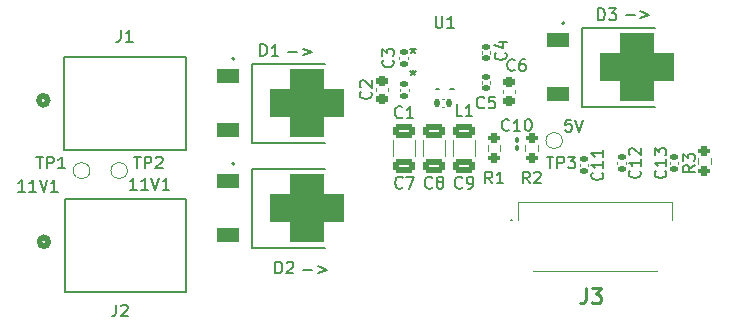
<source format=gto>
G04 #@! TF.GenerationSoftware,KiCad,Pcbnew,7.0.10*
G04 #@! TF.CreationDate,2024-02-21T14:31:42-05:00*
G04 #@! TF.ProjectId,main_buck_board,6d61696e-5f62-4756-936b-5f626f617264,rev?*
G04 #@! TF.SameCoordinates,Original*
G04 #@! TF.FileFunction,Legend,Top*
G04 #@! TF.FilePolarity,Positive*
%FSLAX46Y46*%
G04 Gerber Fmt 4.6, Leading zero omitted, Abs format (unit mm)*
G04 Created by KiCad (PCBNEW 7.0.10) date 2024-02-21 14:31:42*
%MOMM*%
%LPD*%
G01*
G04 APERTURE LIST*
G04 Aperture macros list*
%AMRoundRect*
0 Rectangle with rounded corners*
0 $1 Rounding radius*
0 $2 $3 $4 $5 $6 $7 $8 $9 X,Y pos of 4 corners*
0 Add a 4 corners polygon primitive as box body*
4,1,4,$2,$3,$4,$5,$6,$7,$8,$9,$2,$3,0*
0 Add four circle primitives for the rounded corners*
1,1,$1+$1,$2,$3*
1,1,$1+$1,$4,$5*
1,1,$1+$1,$6,$7*
1,1,$1+$1,$8,$9*
0 Add four rect primitives between the rounded corners*
20,1,$1+$1,$2,$3,$4,$5,0*
20,1,$1+$1,$4,$5,$6,$7,0*
20,1,$1+$1,$6,$7,$8,$9,0*
20,1,$1+$1,$8,$9,$2,$3,0*%
%AMFreePoly0*
4,1,20,0.758544,0.125006,0.762496,0.125006,0.762496,0.121054,0.763099,0.120451,0.763099,-0.792049,0.744349,-0.810799,0.188099,-0.810799,0.188099,-1.355799,-0.261901,-1.355799,-0.261901,-0.810799,-0.761901,-0.810799,-0.761901,-0.560799,-0.261901,-0.560799,-0.261901,-0.125006,-0.762495,-0.125006,-0.762495,0.125006,-0.761901,0.125006,-0.761901,0.139201,0.744349,0.139201,0.758544,0.125006,
0.758544,0.125006,$1*%
%AMFreePoly1*
4,1,17,0.951036,0.308536,0.952500,0.305000,0.952500,-0.295000,0.951036,-0.298536,0.947500,-0.300000,0.687500,-0.300000,0.683964,-0.298536,0.682500,-0.295000,0.682500,-0.155000,-0.947500,-0.155000,-0.947500,0.155000,0.682500,0.155000,0.682500,0.305000,0.683964,0.308536,0.687500,0.310000,0.947500,0.310000,0.951036,0.308536,0.951036,0.308536,$1*%
%AMFreePoly2*
4,1,20,0.761901,0.125006,0.762496,0.125006,0.762496,-0.125006,0.261901,-0.125006,0.261901,-0.560799,0.761901,-0.560799,0.761901,-0.810799,0.261901,-0.810799,0.261901,-1.355799,-0.188099,-1.355799,-0.188099,-0.810799,-0.744349,-0.810799,-0.763099,-0.792049,-0.763099,0.120451,-0.762495,0.121055,-0.762495,0.125006,-0.758544,0.125006,-0.744349,0.139201,0.761901,0.139201,0.761901,0.125006,
0.761901,0.125006,$1*%
G04 Aperture macros list end*
%ADD10C,0.150000*%
%ADD11C,0.254000*%
%ADD12C,0.127000*%
%ADD13C,0.200000*%
%ADD14C,0.120000*%
%ADD15C,0.152400*%
%ADD16C,0.508000*%
%ADD17C,0.100000*%
%ADD18C,2.200000*%
%ADD19RoundRect,0.582000X-0.935000X0.000000X-0.935000X0.000000X0.935000X0.000000X0.935000X0.000000X0*%
%ADD20RoundRect,1.750200X-1.401800X1.166800X-1.401800X-1.166800X1.401800X-1.166800X1.401800X1.166800X0*%
%ADD21RoundRect,0.140000X-0.170000X0.140000X-0.170000X-0.140000X0.170000X-0.140000X0.170000X0.140000X0*%
%ADD22RoundRect,0.200000X0.275000X-0.200000X0.275000X0.200000X-0.275000X0.200000X-0.275000X-0.200000X0*%
%ADD23R,0.875005X0.299999*%
%ADD24R,1.524991X0.250012*%
%ADD25FreePoly0,0.000000*%
%ADD26FreePoly1,90.000000*%
%ADD27FreePoly2,0.000000*%
%ADD28R,0.449999X0.872502*%
%ADD29R,0.949998X0.347500*%
%ADD30R,0.299999X0.875005*%
%ADD31R,0.956250X0.354998*%
%ADD32R,0.461250X0.881250*%
%ADD33RoundRect,0.140000X0.170000X-0.140000X0.170000X0.140000X-0.170000X0.140000X-0.170000X-0.140000X0*%
%ADD34C,1.803400*%
%ADD35RoundRect,0.250000X-0.650000X0.325000X-0.650000X-0.325000X0.650000X-0.325000X0.650000X0.325000X0*%
%ADD36RoundRect,0.225000X-0.250000X0.225000X-0.250000X-0.225000X0.250000X-0.225000X0.250000X0.225000X0*%
%ADD37RoundRect,0.140000X-0.140000X-0.170000X0.140000X-0.170000X0.140000X0.170000X-0.140000X0.170000X0*%
%ADD38C,1.000000*%
%ADD39RoundRect,0.100000X-0.100000X0.130000X-0.100000X-0.130000X0.100000X-0.130000X0.100000X0.130000X0*%
%ADD40C,1.400000*%
%ADD41C,3.450000*%
%ADD42RoundRect,0.200000X-0.275000X0.200000X-0.275000X-0.200000X0.275000X-0.200000X0.275000X0.200000X0*%
G04 APERTURE END LIST*
D10*
X157070588Y-110839819D02*
X156499160Y-110839819D01*
X156784874Y-110839819D02*
X156784874Y-109839819D01*
X156784874Y-109839819D02*
X156689636Y-109982676D01*
X156689636Y-109982676D02*
X156594398Y-110077914D01*
X156594398Y-110077914D02*
X156499160Y-110125533D01*
X158022969Y-110839819D02*
X157451541Y-110839819D01*
X157737255Y-110839819D02*
X157737255Y-109839819D01*
X157737255Y-109839819D02*
X157642017Y-109982676D01*
X157642017Y-109982676D02*
X157546779Y-110077914D01*
X157546779Y-110077914D02*
X157451541Y-110125533D01*
X158308684Y-109839819D02*
X158642017Y-110839819D01*
X158642017Y-110839819D02*
X158975350Y-109839819D01*
X159832493Y-110839819D02*
X159261065Y-110839819D01*
X159546779Y-110839819D02*
X159546779Y-109839819D01*
X159546779Y-109839819D02*
X159451541Y-109982676D01*
X159451541Y-109982676D02*
X159356303Y-110077914D01*
X159356303Y-110077914D02*
X159261065Y-110125533D01*
X193852969Y-104914819D02*
X193376779Y-104914819D01*
X193376779Y-104914819D02*
X193329160Y-105391009D01*
X193329160Y-105391009D02*
X193376779Y-105343390D01*
X193376779Y-105343390D02*
X193472017Y-105295771D01*
X193472017Y-105295771D02*
X193710112Y-105295771D01*
X193710112Y-105295771D02*
X193805350Y-105343390D01*
X193805350Y-105343390D02*
X193852969Y-105391009D01*
X193852969Y-105391009D02*
X193900588Y-105486247D01*
X193900588Y-105486247D02*
X193900588Y-105724342D01*
X193900588Y-105724342D02*
X193852969Y-105819580D01*
X193852969Y-105819580D02*
X193805350Y-105867200D01*
X193805350Y-105867200D02*
X193710112Y-105914819D01*
X193710112Y-105914819D02*
X193472017Y-105914819D01*
X193472017Y-105914819D02*
X193376779Y-105867200D01*
X193376779Y-105867200D02*
X193329160Y-105819580D01*
X194186303Y-104914819D02*
X194519636Y-105914819D01*
X194519636Y-105914819D02*
X194852969Y-104914819D01*
X169881779Y-99183866D02*
X170643684Y-99183866D01*
X171119874Y-98898152D02*
X171881779Y-99183866D01*
X171881779Y-99183866D02*
X171119874Y-99469580D01*
X171151779Y-117598866D02*
X171913684Y-117598866D01*
X172389874Y-117313152D02*
X173151779Y-117598866D01*
X173151779Y-117598866D02*
X172389874Y-117884580D01*
X147605588Y-110994819D02*
X147034160Y-110994819D01*
X147319874Y-110994819D02*
X147319874Y-109994819D01*
X147319874Y-109994819D02*
X147224636Y-110137676D01*
X147224636Y-110137676D02*
X147129398Y-110232914D01*
X147129398Y-110232914D02*
X147034160Y-110280533D01*
X148557969Y-110994819D02*
X147986541Y-110994819D01*
X148272255Y-110994819D02*
X148272255Y-109994819D01*
X148272255Y-109994819D02*
X148177017Y-110137676D01*
X148177017Y-110137676D02*
X148081779Y-110232914D01*
X148081779Y-110232914D02*
X147986541Y-110280533D01*
X148843684Y-109994819D02*
X149177017Y-110994819D01*
X149177017Y-110994819D02*
X149510350Y-109994819D01*
X150367493Y-110994819D02*
X149796065Y-110994819D01*
X150081779Y-110994819D02*
X150081779Y-109994819D01*
X150081779Y-109994819D02*
X149986541Y-110137676D01*
X149986541Y-110137676D02*
X149891303Y-110232914D01*
X149891303Y-110232914D02*
X149796065Y-110280533D01*
X198456779Y-96008866D02*
X199218684Y-96008866D01*
X199694874Y-95723152D02*
X200456779Y-96008866D01*
X200456779Y-96008866D02*
X199694874Y-96294580D01*
X168806905Y-117929819D02*
X168806905Y-116929819D01*
X168806905Y-116929819D02*
X169045000Y-116929819D01*
X169045000Y-116929819D02*
X169187857Y-116977438D01*
X169187857Y-116977438D02*
X169283095Y-117072676D01*
X169283095Y-117072676D02*
X169330714Y-117167914D01*
X169330714Y-117167914D02*
X169378333Y-117358390D01*
X169378333Y-117358390D02*
X169378333Y-117501247D01*
X169378333Y-117501247D02*
X169330714Y-117691723D01*
X169330714Y-117691723D02*
X169283095Y-117786961D01*
X169283095Y-117786961D02*
X169187857Y-117882200D01*
X169187857Y-117882200D02*
X169045000Y-117929819D01*
X169045000Y-117929819D02*
X168806905Y-117929819D01*
X169759286Y-117025057D02*
X169806905Y-116977438D01*
X169806905Y-116977438D02*
X169902143Y-116929819D01*
X169902143Y-116929819D02*
X170140238Y-116929819D01*
X170140238Y-116929819D02*
X170235476Y-116977438D01*
X170235476Y-116977438D02*
X170283095Y-117025057D01*
X170283095Y-117025057D02*
X170330714Y-117120295D01*
X170330714Y-117120295D02*
X170330714Y-117215533D01*
X170330714Y-117215533D02*
X170283095Y-117358390D01*
X170283095Y-117358390D02*
X169711667Y-117929819D01*
X169711667Y-117929819D02*
X170330714Y-117929819D01*
X199639580Y-109227857D02*
X199687200Y-109275476D01*
X199687200Y-109275476D02*
X199734819Y-109418333D01*
X199734819Y-109418333D02*
X199734819Y-109513571D01*
X199734819Y-109513571D02*
X199687200Y-109656428D01*
X199687200Y-109656428D02*
X199591961Y-109751666D01*
X199591961Y-109751666D02*
X199496723Y-109799285D01*
X199496723Y-109799285D02*
X199306247Y-109846904D01*
X199306247Y-109846904D02*
X199163390Y-109846904D01*
X199163390Y-109846904D02*
X198972914Y-109799285D01*
X198972914Y-109799285D02*
X198877676Y-109751666D01*
X198877676Y-109751666D02*
X198782438Y-109656428D01*
X198782438Y-109656428D02*
X198734819Y-109513571D01*
X198734819Y-109513571D02*
X198734819Y-109418333D01*
X198734819Y-109418333D02*
X198782438Y-109275476D01*
X198782438Y-109275476D02*
X198830057Y-109227857D01*
X199734819Y-108275476D02*
X199734819Y-108846904D01*
X199734819Y-108561190D02*
X198734819Y-108561190D01*
X198734819Y-108561190D02*
X198877676Y-108656428D01*
X198877676Y-108656428D02*
X198972914Y-108751666D01*
X198972914Y-108751666D02*
X199020533Y-108846904D01*
X198830057Y-107894523D02*
X198782438Y-107846904D01*
X198782438Y-107846904D02*
X198734819Y-107751666D01*
X198734819Y-107751666D02*
X198734819Y-107513571D01*
X198734819Y-107513571D02*
X198782438Y-107418333D01*
X198782438Y-107418333D02*
X198830057Y-107370714D01*
X198830057Y-107370714D02*
X198925295Y-107323095D01*
X198925295Y-107323095D02*
X199020533Y-107323095D01*
X199020533Y-107323095D02*
X199163390Y-107370714D01*
X199163390Y-107370714D02*
X199734819Y-107942142D01*
X199734819Y-107942142D02*
X199734819Y-107323095D01*
X190333333Y-110309819D02*
X190000000Y-109833628D01*
X189761905Y-110309819D02*
X189761905Y-109309819D01*
X189761905Y-109309819D02*
X190142857Y-109309819D01*
X190142857Y-109309819D02*
X190238095Y-109357438D01*
X190238095Y-109357438D02*
X190285714Y-109405057D01*
X190285714Y-109405057D02*
X190333333Y-109500295D01*
X190333333Y-109500295D02*
X190333333Y-109643152D01*
X190333333Y-109643152D02*
X190285714Y-109738390D01*
X190285714Y-109738390D02*
X190238095Y-109786009D01*
X190238095Y-109786009D02*
X190142857Y-109833628D01*
X190142857Y-109833628D02*
X189761905Y-109833628D01*
X190714286Y-109405057D02*
X190761905Y-109357438D01*
X190761905Y-109357438D02*
X190857143Y-109309819D01*
X190857143Y-109309819D02*
X191095238Y-109309819D01*
X191095238Y-109309819D02*
X191190476Y-109357438D01*
X191190476Y-109357438D02*
X191238095Y-109405057D01*
X191238095Y-109405057D02*
X191285714Y-109500295D01*
X191285714Y-109500295D02*
X191285714Y-109595533D01*
X191285714Y-109595533D02*
X191238095Y-109738390D01*
X191238095Y-109738390D02*
X190666667Y-110309819D01*
X190666667Y-110309819D02*
X191285714Y-110309819D01*
X179538333Y-104679980D02*
X179490714Y-104727600D01*
X179490714Y-104727600D02*
X179347857Y-104775219D01*
X179347857Y-104775219D02*
X179252619Y-104775219D01*
X179252619Y-104775219D02*
X179109762Y-104727600D01*
X179109762Y-104727600D02*
X179014524Y-104632361D01*
X179014524Y-104632361D02*
X178966905Y-104537123D01*
X178966905Y-104537123D02*
X178919286Y-104346647D01*
X178919286Y-104346647D02*
X178919286Y-104203790D01*
X178919286Y-104203790D02*
X178966905Y-104013314D01*
X178966905Y-104013314D02*
X179014524Y-103918076D01*
X179014524Y-103918076D02*
X179109762Y-103822838D01*
X179109762Y-103822838D02*
X179252619Y-103775219D01*
X179252619Y-103775219D02*
X179347857Y-103775219D01*
X179347857Y-103775219D02*
X179490714Y-103822838D01*
X179490714Y-103822838D02*
X179538333Y-103870457D01*
X180490714Y-104775219D02*
X179919286Y-104775219D01*
X180205000Y-104775219D02*
X180205000Y-103775219D01*
X180205000Y-103775219D02*
X180109762Y-103918076D01*
X180109762Y-103918076D02*
X180014524Y-104013314D01*
X180014524Y-104013314D02*
X179919286Y-104060933D01*
X186483333Y-103864580D02*
X186435714Y-103912200D01*
X186435714Y-103912200D02*
X186292857Y-103959819D01*
X186292857Y-103959819D02*
X186197619Y-103959819D01*
X186197619Y-103959819D02*
X186054762Y-103912200D01*
X186054762Y-103912200D02*
X185959524Y-103816961D01*
X185959524Y-103816961D02*
X185911905Y-103721723D01*
X185911905Y-103721723D02*
X185864286Y-103531247D01*
X185864286Y-103531247D02*
X185864286Y-103388390D01*
X185864286Y-103388390D02*
X185911905Y-103197914D01*
X185911905Y-103197914D02*
X185959524Y-103102676D01*
X185959524Y-103102676D02*
X186054762Y-103007438D01*
X186054762Y-103007438D02*
X186197619Y-102959819D01*
X186197619Y-102959819D02*
X186292857Y-102959819D01*
X186292857Y-102959819D02*
X186435714Y-103007438D01*
X186435714Y-103007438D02*
X186483333Y-103055057D01*
X187388095Y-102959819D02*
X186911905Y-102959819D01*
X186911905Y-102959819D02*
X186864286Y-103436009D01*
X186864286Y-103436009D02*
X186911905Y-103388390D01*
X186911905Y-103388390D02*
X187007143Y-103340771D01*
X187007143Y-103340771D02*
X187245238Y-103340771D01*
X187245238Y-103340771D02*
X187340476Y-103388390D01*
X187340476Y-103388390D02*
X187388095Y-103436009D01*
X187388095Y-103436009D02*
X187435714Y-103531247D01*
X187435714Y-103531247D02*
X187435714Y-103769342D01*
X187435714Y-103769342D02*
X187388095Y-103864580D01*
X187388095Y-103864580D02*
X187340476Y-103912200D01*
X187340476Y-103912200D02*
X187245238Y-103959819D01*
X187245238Y-103959819D02*
X187007143Y-103959819D01*
X187007143Y-103959819D02*
X186911905Y-103912200D01*
X186911905Y-103912200D02*
X186864286Y-103864580D01*
X182370596Y-96129819D02*
X182370596Y-96939342D01*
X182370596Y-96939342D02*
X182418215Y-97034580D01*
X182418215Y-97034580D02*
X182465834Y-97082200D01*
X182465834Y-97082200D02*
X182561072Y-97129819D01*
X182561072Y-97129819D02*
X182751548Y-97129819D01*
X182751548Y-97129819D02*
X182846786Y-97082200D01*
X182846786Y-97082200D02*
X182894405Y-97034580D01*
X182894405Y-97034580D02*
X182942024Y-96939342D01*
X182942024Y-96939342D02*
X182942024Y-96129819D01*
X183942024Y-97129819D02*
X183370596Y-97129819D01*
X183656310Y-97129819D02*
X183656310Y-96129819D01*
X183656310Y-96129819D02*
X183561072Y-96272676D01*
X183561072Y-96272676D02*
X183465834Y-96367914D01*
X183465834Y-96367914D02*
X183370596Y-96415533D01*
X180447501Y-98799818D02*
X180447501Y-99037913D01*
X180209406Y-98942675D02*
X180447501Y-99037913D01*
X180447501Y-99037913D02*
X180685596Y-98942675D01*
X180304644Y-99228389D02*
X180447501Y-99037913D01*
X180447501Y-99037913D02*
X180590358Y-99228389D01*
X180447501Y-100679418D02*
X180447501Y-100917513D01*
X180209406Y-100822275D02*
X180447501Y-100917513D01*
X180447501Y-100917513D02*
X180685596Y-100822275D01*
X180304644Y-101107989D02*
X180447501Y-100917513D01*
X180447501Y-100917513D02*
X180590358Y-101107989D01*
X196141905Y-96494819D02*
X196141905Y-95494819D01*
X196141905Y-95494819D02*
X196380000Y-95494819D01*
X196380000Y-95494819D02*
X196522857Y-95542438D01*
X196522857Y-95542438D02*
X196618095Y-95637676D01*
X196618095Y-95637676D02*
X196665714Y-95732914D01*
X196665714Y-95732914D02*
X196713333Y-95923390D01*
X196713333Y-95923390D02*
X196713333Y-96066247D01*
X196713333Y-96066247D02*
X196665714Y-96256723D01*
X196665714Y-96256723D02*
X196618095Y-96351961D01*
X196618095Y-96351961D02*
X196522857Y-96447200D01*
X196522857Y-96447200D02*
X196380000Y-96494819D01*
X196380000Y-96494819D02*
X196141905Y-96494819D01*
X197046667Y-95494819D02*
X197665714Y-95494819D01*
X197665714Y-95494819D02*
X197332381Y-95875771D01*
X197332381Y-95875771D02*
X197475238Y-95875771D01*
X197475238Y-95875771D02*
X197570476Y-95923390D01*
X197570476Y-95923390D02*
X197618095Y-95971009D01*
X197618095Y-95971009D02*
X197665714Y-96066247D01*
X197665714Y-96066247D02*
X197665714Y-96304342D01*
X197665714Y-96304342D02*
X197618095Y-96399580D01*
X197618095Y-96399580D02*
X197570476Y-96447200D01*
X197570476Y-96447200D02*
X197475238Y-96494819D01*
X197475238Y-96494819D02*
X197189524Y-96494819D01*
X197189524Y-96494819D02*
X197094286Y-96447200D01*
X197094286Y-96447200D02*
X197046667Y-96399580D01*
X201809580Y-109227857D02*
X201857200Y-109275476D01*
X201857200Y-109275476D02*
X201904819Y-109418333D01*
X201904819Y-109418333D02*
X201904819Y-109513571D01*
X201904819Y-109513571D02*
X201857200Y-109656428D01*
X201857200Y-109656428D02*
X201761961Y-109751666D01*
X201761961Y-109751666D02*
X201666723Y-109799285D01*
X201666723Y-109799285D02*
X201476247Y-109846904D01*
X201476247Y-109846904D02*
X201333390Y-109846904D01*
X201333390Y-109846904D02*
X201142914Y-109799285D01*
X201142914Y-109799285D02*
X201047676Y-109751666D01*
X201047676Y-109751666D02*
X200952438Y-109656428D01*
X200952438Y-109656428D02*
X200904819Y-109513571D01*
X200904819Y-109513571D02*
X200904819Y-109418333D01*
X200904819Y-109418333D02*
X200952438Y-109275476D01*
X200952438Y-109275476D02*
X201000057Y-109227857D01*
X201904819Y-108275476D02*
X201904819Y-108846904D01*
X201904819Y-108561190D02*
X200904819Y-108561190D01*
X200904819Y-108561190D02*
X201047676Y-108656428D01*
X201047676Y-108656428D02*
X201142914Y-108751666D01*
X201142914Y-108751666D02*
X201190533Y-108846904D01*
X200904819Y-107942142D02*
X200904819Y-107323095D01*
X200904819Y-107323095D02*
X201285771Y-107656428D01*
X201285771Y-107656428D02*
X201285771Y-107513571D01*
X201285771Y-107513571D02*
X201333390Y-107418333D01*
X201333390Y-107418333D02*
X201381009Y-107370714D01*
X201381009Y-107370714D02*
X201476247Y-107323095D01*
X201476247Y-107323095D02*
X201714342Y-107323095D01*
X201714342Y-107323095D02*
X201809580Y-107370714D01*
X201809580Y-107370714D02*
X201857200Y-107418333D01*
X201857200Y-107418333D02*
X201904819Y-107513571D01*
X201904819Y-107513571D02*
X201904819Y-107799285D01*
X201904819Y-107799285D02*
X201857200Y-107894523D01*
X201857200Y-107894523D02*
X201809580Y-107942142D01*
X178754580Y-99861666D02*
X178802200Y-99909285D01*
X178802200Y-99909285D02*
X178849819Y-100052142D01*
X178849819Y-100052142D02*
X178849819Y-100147380D01*
X178849819Y-100147380D02*
X178802200Y-100290237D01*
X178802200Y-100290237D02*
X178706961Y-100385475D01*
X178706961Y-100385475D02*
X178611723Y-100433094D01*
X178611723Y-100433094D02*
X178421247Y-100480713D01*
X178421247Y-100480713D02*
X178278390Y-100480713D01*
X178278390Y-100480713D02*
X178087914Y-100433094D01*
X178087914Y-100433094D02*
X177992676Y-100385475D01*
X177992676Y-100385475D02*
X177897438Y-100290237D01*
X177897438Y-100290237D02*
X177849819Y-100147380D01*
X177849819Y-100147380D02*
X177849819Y-100052142D01*
X177849819Y-100052142D02*
X177897438Y-99909285D01*
X177897438Y-99909285D02*
X177945057Y-99861666D01*
X177849819Y-99528332D02*
X177849819Y-98909285D01*
X177849819Y-98909285D02*
X178230771Y-99242618D01*
X178230771Y-99242618D02*
X178230771Y-99099761D01*
X178230771Y-99099761D02*
X178278390Y-99004523D01*
X178278390Y-99004523D02*
X178326009Y-98956904D01*
X178326009Y-98956904D02*
X178421247Y-98909285D01*
X178421247Y-98909285D02*
X178659342Y-98909285D01*
X178659342Y-98909285D02*
X178754580Y-98956904D01*
X178754580Y-98956904D02*
X178802200Y-99004523D01*
X178802200Y-99004523D02*
X178849819Y-99099761D01*
X178849819Y-99099761D02*
X178849819Y-99385475D01*
X178849819Y-99385475D02*
X178802200Y-99480713D01*
X178802200Y-99480713D02*
X178754580Y-99528332D01*
X155731666Y-97307118D02*
X155731666Y-98021403D01*
X155731666Y-98021403D02*
X155684047Y-98164260D01*
X155684047Y-98164260D02*
X155588809Y-98259499D01*
X155588809Y-98259499D02*
X155445952Y-98307118D01*
X155445952Y-98307118D02*
X155350714Y-98307118D01*
X156731666Y-98307118D02*
X156160238Y-98307118D01*
X156445952Y-98307118D02*
X156445952Y-97307118D01*
X156445952Y-97307118D02*
X156350714Y-97449975D01*
X156350714Y-97449975D02*
X156255476Y-97545213D01*
X156255476Y-97545213D02*
X156160238Y-97592832D01*
X182078333Y-110644580D02*
X182030714Y-110692200D01*
X182030714Y-110692200D02*
X181887857Y-110739819D01*
X181887857Y-110739819D02*
X181792619Y-110739819D01*
X181792619Y-110739819D02*
X181649762Y-110692200D01*
X181649762Y-110692200D02*
X181554524Y-110596961D01*
X181554524Y-110596961D02*
X181506905Y-110501723D01*
X181506905Y-110501723D02*
X181459286Y-110311247D01*
X181459286Y-110311247D02*
X181459286Y-110168390D01*
X181459286Y-110168390D02*
X181506905Y-109977914D01*
X181506905Y-109977914D02*
X181554524Y-109882676D01*
X181554524Y-109882676D02*
X181649762Y-109787438D01*
X181649762Y-109787438D02*
X181792619Y-109739819D01*
X181792619Y-109739819D02*
X181887857Y-109739819D01*
X181887857Y-109739819D02*
X182030714Y-109787438D01*
X182030714Y-109787438D02*
X182078333Y-109835057D01*
X182649762Y-110168390D02*
X182554524Y-110120771D01*
X182554524Y-110120771D02*
X182506905Y-110073152D01*
X182506905Y-110073152D02*
X182459286Y-109977914D01*
X182459286Y-109977914D02*
X182459286Y-109930295D01*
X182459286Y-109930295D02*
X182506905Y-109835057D01*
X182506905Y-109835057D02*
X182554524Y-109787438D01*
X182554524Y-109787438D02*
X182649762Y-109739819D01*
X182649762Y-109739819D02*
X182840238Y-109739819D01*
X182840238Y-109739819D02*
X182935476Y-109787438D01*
X182935476Y-109787438D02*
X182983095Y-109835057D01*
X182983095Y-109835057D02*
X183030714Y-109930295D01*
X183030714Y-109930295D02*
X183030714Y-109977914D01*
X183030714Y-109977914D02*
X182983095Y-110073152D01*
X182983095Y-110073152D02*
X182935476Y-110120771D01*
X182935476Y-110120771D02*
X182840238Y-110168390D01*
X182840238Y-110168390D02*
X182649762Y-110168390D01*
X182649762Y-110168390D02*
X182554524Y-110216009D01*
X182554524Y-110216009D02*
X182506905Y-110263628D01*
X182506905Y-110263628D02*
X182459286Y-110358866D01*
X182459286Y-110358866D02*
X182459286Y-110549342D01*
X182459286Y-110549342D02*
X182506905Y-110644580D01*
X182506905Y-110644580D02*
X182554524Y-110692200D01*
X182554524Y-110692200D02*
X182649762Y-110739819D01*
X182649762Y-110739819D02*
X182840238Y-110739819D01*
X182840238Y-110739819D02*
X182935476Y-110692200D01*
X182935476Y-110692200D02*
X182983095Y-110644580D01*
X182983095Y-110644580D02*
X183030714Y-110549342D01*
X183030714Y-110549342D02*
X183030714Y-110358866D01*
X183030714Y-110358866D02*
X182983095Y-110263628D01*
X182983095Y-110263628D02*
X182935476Y-110216009D01*
X182935476Y-110216009D02*
X182840238Y-110168390D01*
X184618333Y-110644580D02*
X184570714Y-110692200D01*
X184570714Y-110692200D02*
X184427857Y-110739819D01*
X184427857Y-110739819D02*
X184332619Y-110739819D01*
X184332619Y-110739819D02*
X184189762Y-110692200D01*
X184189762Y-110692200D02*
X184094524Y-110596961D01*
X184094524Y-110596961D02*
X184046905Y-110501723D01*
X184046905Y-110501723D02*
X183999286Y-110311247D01*
X183999286Y-110311247D02*
X183999286Y-110168390D01*
X183999286Y-110168390D02*
X184046905Y-109977914D01*
X184046905Y-109977914D02*
X184094524Y-109882676D01*
X184094524Y-109882676D02*
X184189762Y-109787438D01*
X184189762Y-109787438D02*
X184332619Y-109739819D01*
X184332619Y-109739819D02*
X184427857Y-109739819D01*
X184427857Y-109739819D02*
X184570714Y-109787438D01*
X184570714Y-109787438D02*
X184618333Y-109835057D01*
X185094524Y-110739819D02*
X185285000Y-110739819D01*
X185285000Y-110739819D02*
X185380238Y-110692200D01*
X185380238Y-110692200D02*
X185427857Y-110644580D01*
X185427857Y-110644580D02*
X185523095Y-110501723D01*
X185523095Y-110501723D02*
X185570714Y-110311247D01*
X185570714Y-110311247D02*
X185570714Y-109930295D01*
X185570714Y-109930295D02*
X185523095Y-109835057D01*
X185523095Y-109835057D02*
X185475476Y-109787438D01*
X185475476Y-109787438D02*
X185380238Y-109739819D01*
X185380238Y-109739819D02*
X185189762Y-109739819D01*
X185189762Y-109739819D02*
X185094524Y-109787438D01*
X185094524Y-109787438D02*
X185046905Y-109835057D01*
X185046905Y-109835057D02*
X184999286Y-109930295D01*
X184999286Y-109930295D02*
X184999286Y-110168390D01*
X184999286Y-110168390D02*
X185046905Y-110263628D01*
X185046905Y-110263628D02*
X185094524Y-110311247D01*
X185094524Y-110311247D02*
X185189762Y-110358866D01*
X185189762Y-110358866D02*
X185380238Y-110358866D01*
X185380238Y-110358866D02*
X185475476Y-110311247D01*
X185475476Y-110311247D02*
X185523095Y-110263628D01*
X185523095Y-110263628D02*
X185570714Y-110168390D01*
X176859580Y-102541666D02*
X176907200Y-102589285D01*
X176907200Y-102589285D02*
X176954819Y-102732142D01*
X176954819Y-102732142D02*
X176954819Y-102827380D01*
X176954819Y-102827380D02*
X176907200Y-102970237D01*
X176907200Y-102970237D02*
X176811961Y-103065475D01*
X176811961Y-103065475D02*
X176716723Y-103113094D01*
X176716723Y-103113094D02*
X176526247Y-103160713D01*
X176526247Y-103160713D02*
X176383390Y-103160713D01*
X176383390Y-103160713D02*
X176192914Y-103113094D01*
X176192914Y-103113094D02*
X176097676Y-103065475D01*
X176097676Y-103065475D02*
X176002438Y-102970237D01*
X176002438Y-102970237D02*
X175954819Y-102827380D01*
X175954819Y-102827380D02*
X175954819Y-102732142D01*
X175954819Y-102732142D02*
X176002438Y-102589285D01*
X176002438Y-102589285D02*
X176050057Y-102541666D01*
X176050057Y-102160713D02*
X176002438Y-102113094D01*
X176002438Y-102113094D02*
X175954819Y-102017856D01*
X175954819Y-102017856D02*
X175954819Y-101779761D01*
X175954819Y-101779761D02*
X176002438Y-101684523D01*
X176002438Y-101684523D02*
X176050057Y-101636904D01*
X176050057Y-101636904D02*
X176145295Y-101589285D01*
X176145295Y-101589285D02*
X176240533Y-101589285D01*
X176240533Y-101589285D02*
X176383390Y-101636904D01*
X176383390Y-101636904D02*
X176954819Y-102208332D01*
X176954819Y-102208332D02*
X176954819Y-101589285D01*
X196464580Y-109382857D02*
X196512200Y-109430476D01*
X196512200Y-109430476D02*
X196559819Y-109573333D01*
X196559819Y-109573333D02*
X196559819Y-109668571D01*
X196559819Y-109668571D02*
X196512200Y-109811428D01*
X196512200Y-109811428D02*
X196416961Y-109906666D01*
X196416961Y-109906666D02*
X196321723Y-109954285D01*
X196321723Y-109954285D02*
X196131247Y-110001904D01*
X196131247Y-110001904D02*
X195988390Y-110001904D01*
X195988390Y-110001904D02*
X195797914Y-109954285D01*
X195797914Y-109954285D02*
X195702676Y-109906666D01*
X195702676Y-109906666D02*
X195607438Y-109811428D01*
X195607438Y-109811428D02*
X195559819Y-109668571D01*
X195559819Y-109668571D02*
X195559819Y-109573333D01*
X195559819Y-109573333D02*
X195607438Y-109430476D01*
X195607438Y-109430476D02*
X195655057Y-109382857D01*
X196559819Y-108430476D02*
X196559819Y-109001904D01*
X196559819Y-108716190D02*
X195559819Y-108716190D01*
X195559819Y-108716190D02*
X195702676Y-108811428D01*
X195702676Y-108811428D02*
X195797914Y-108906666D01*
X195797914Y-108906666D02*
X195845533Y-109001904D01*
X196559819Y-107478095D02*
X196559819Y-108049523D01*
X196559819Y-107763809D02*
X195559819Y-107763809D01*
X195559819Y-107763809D02*
X195702676Y-107859047D01*
X195702676Y-107859047D02*
X195797914Y-107954285D01*
X195797914Y-107954285D02*
X195845533Y-108049523D01*
X189063333Y-100689580D02*
X189015714Y-100737200D01*
X189015714Y-100737200D02*
X188872857Y-100784819D01*
X188872857Y-100784819D02*
X188777619Y-100784819D01*
X188777619Y-100784819D02*
X188634762Y-100737200D01*
X188634762Y-100737200D02*
X188539524Y-100641961D01*
X188539524Y-100641961D02*
X188491905Y-100546723D01*
X188491905Y-100546723D02*
X188444286Y-100356247D01*
X188444286Y-100356247D02*
X188444286Y-100213390D01*
X188444286Y-100213390D02*
X188491905Y-100022914D01*
X188491905Y-100022914D02*
X188539524Y-99927676D01*
X188539524Y-99927676D02*
X188634762Y-99832438D01*
X188634762Y-99832438D02*
X188777619Y-99784819D01*
X188777619Y-99784819D02*
X188872857Y-99784819D01*
X188872857Y-99784819D02*
X189015714Y-99832438D01*
X189015714Y-99832438D02*
X189063333Y-99880057D01*
X189920476Y-99784819D02*
X189730000Y-99784819D01*
X189730000Y-99784819D02*
X189634762Y-99832438D01*
X189634762Y-99832438D02*
X189587143Y-99880057D01*
X189587143Y-99880057D02*
X189491905Y-100022914D01*
X189491905Y-100022914D02*
X189444286Y-100213390D01*
X189444286Y-100213390D02*
X189444286Y-100594342D01*
X189444286Y-100594342D02*
X189491905Y-100689580D01*
X189491905Y-100689580D02*
X189539524Y-100737200D01*
X189539524Y-100737200D02*
X189634762Y-100784819D01*
X189634762Y-100784819D02*
X189825238Y-100784819D01*
X189825238Y-100784819D02*
X189920476Y-100737200D01*
X189920476Y-100737200D02*
X189968095Y-100689580D01*
X189968095Y-100689580D02*
X190015714Y-100594342D01*
X190015714Y-100594342D02*
X190015714Y-100356247D01*
X190015714Y-100356247D02*
X189968095Y-100261009D01*
X189968095Y-100261009D02*
X189920476Y-100213390D01*
X189920476Y-100213390D02*
X189825238Y-100165771D01*
X189825238Y-100165771D02*
X189634762Y-100165771D01*
X189634762Y-100165771D02*
X189539524Y-100213390D01*
X189539524Y-100213390D02*
X189491905Y-100261009D01*
X189491905Y-100261009D02*
X189444286Y-100356247D01*
X184618333Y-104594819D02*
X184142143Y-104594819D01*
X184142143Y-104594819D02*
X184142143Y-103594819D01*
X185475476Y-104594819D02*
X184904048Y-104594819D01*
X185189762Y-104594819D02*
X185189762Y-103594819D01*
X185189762Y-103594819D02*
X185094524Y-103737676D01*
X185094524Y-103737676D02*
X184999286Y-103832914D01*
X184999286Y-103832914D02*
X184904048Y-103880533D01*
X191778095Y-108039819D02*
X192349523Y-108039819D01*
X192063809Y-109039819D02*
X192063809Y-108039819D01*
X192682857Y-109039819D02*
X192682857Y-108039819D01*
X192682857Y-108039819D02*
X193063809Y-108039819D01*
X193063809Y-108039819D02*
X193159047Y-108087438D01*
X193159047Y-108087438D02*
X193206666Y-108135057D01*
X193206666Y-108135057D02*
X193254285Y-108230295D01*
X193254285Y-108230295D02*
X193254285Y-108373152D01*
X193254285Y-108373152D02*
X193206666Y-108468390D01*
X193206666Y-108468390D02*
X193159047Y-108516009D01*
X193159047Y-108516009D02*
X193063809Y-108563628D01*
X193063809Y-108563628D02*
X192682857Y-108563628D01*
X193587619Y-108039819D02*
X194206666Y-108039819D01*
X194206666Y-108039819D02*
X193873333Y-108420771D01*
X193873333Y-108420771D02*
X194016190Y-108420771D01*
X194016190Y-108420771D02*
X194111428Y-108468390D01*
X194111428Y-108468390D02*
X194159047Y-108516009D01*
X194159047Y-108516009D02*
X194206666Y-108611247D01*
X194206666Y-108611247D02*
X194206666Y-108849342D01*
X194206666Y-108849342D02*
X194159047Y-108944580D01*
X194159047Y-108944580D02*
X194111428Y-108992200D01*
X194111428Y-108992200D02*
X194016190Y-109039819D01*
X194016190Y-109039819D02*
X193730476Y-109039819D01*
X193730476Y-109039819D02*
X193635238Y-108992200D01*
X193635238Y-108992200D02*
X193587619Y-108944580D01*
X188587142Y-105769580D02*
X188539523Y-105817200D01*
X188539523Y-105817200D02*
X188396666Y-105864819D01*
X188396666Y-105864819D02*
X188301428Y-105864819D01*
X188301428Y-105864819D02*
X188158571Y-105817200D01*
X188158571Y-105817200D02*
X188063333Y-105721961D01*
X188063333Y-105721961D02*
X188015714Y-105626723D01*
X188015714Y-105626723D02*
X187968095Y-105436247D01*
X187968095Y-105436247D02*
X187968095Y-105293390D01*
X187968095Y-105293390D02*
X188015714Y-105102914D01*
X188015714Y-105102914D02*
X188063333Y-105007676D01*
X188063333Y-105007676D02*
X188158571Y-104912438D01*
X188158571Y-104912438D02*
X188301428Y-104864819D01*
X188301428Y-104864819D02*
X188396666Y-104864819D01*
X188396666Y-104864819D02*
X188539523Y-104912438D01*
X188539523Y-104912438D02*
X188587142Y-104960057D01*
X189539523Y-105864819D02*
X188968095Y-105864819D01*
X189253809Y-105864819D02*
X189253809Y-104864819D01*
X189253809Y-104864819D02*
X189158571Y-105007676D01*
X189158571Y-105007676D02*
X189063333Y-105102914D01*
X189063333Y-105102914D02*
X188968095Y-105150533D01*
X190158571Y-104864819D02*
X190253809Y-104864819D01*
X190253809Y-104864819D02*
X190349047Y-104912438D01*
X190349047Y-104912438D02*
X190396666Y-104960057D01*
X190396666Y-104960057D02*
X190444285Y-105055295D01*
X190444285Y-105055295D02*
X190491904Y-105245771D01*
X190491904Y-105245771D02*
X190491904Y-105483866D01*
X190491904Y-105483866D02*
X190444285Y-105674342D01*
X190444285Y-105674342D02*
X190396666Y-105769580D01*
X190396666Y-105769580D02*
X190349047Y-105817200D01*
X190349047Y-105817200D02*
X190253809Y-105864819D01*
X190253809Y-105864819D02*
X190158571Y-105864819D01*
X190158571Y-105864819D02*
X190063333Y-105817200D01*
X190063333Y-105817200D02*
X190015714Y-105769580D01*
X190015714Y-105769580D02*
X189968095Y-105674342D01*
X189968095Y-105674342D02*
X189920476Y-105483866D01*
X189920476Y-105483866D02*
X189920476Y-105245771D01*
X189920476Y-105245771D02*
X189968095Y-105055295D01*
X189968095Y-105055295D02*
X190015714Y-104960057D01*
X190015714Y-104960057D02*
X190063333Y-104912438D01*
X190063333Y-104912438D02*
X190158571Y-104864819D01*
X148568095Y-108039819D02*
X149139523Y-108039819D01*
X148853809Y-109039819D02*
X148853809Y-108039819D01*
X149472857Y-109039819D02*
X149472857Y-108039819D01*
X149472857Y-108039819D02*
X149853809Y-108039819D01*
X149853809Y-108039819D02*
X149949047Y-108087438D01*
X149949047Y-108087438D02*
X149996666Y-108135057D01*
X149996666Y-108135057D02*
X150044285Y-108230295D01*
X150044285Y-108230295D02*
X150044285Y-108373152D01*
X150044285Y-108373152D02*
X149996666Y-108468390D01*
X149996666Y-108468390D02*
X149949047Y-108516009D01*
X149949047Y-108516009D02*
X149853809Y-108563628D01*
X149853809Y-108563628D02*
X149472857Y-108563628D01*
X150996666Y-109039819D02*
X150425238Y-109039819D01*
X150710952Y-109039819D02*
X150710952Y-108039819D01*
X150710952Y-108039819D02*
X150615714Y-108182676D01*
X150615714Y-108182676D02*
X150520476Y-108277914D01*
X150520476Y-108277914D02*
X150425238Y-108325533D01*
X204319819Y-108751666D02*
X203843628Y-109084999D01*
X204319819Y-109323094D02*
X203319819Y-109323094D01*
X203319819Y-109323094D02*
X203319819Y-108942142D01*
X203319819Y-108942142D02*
X203367438Y-108846904D01*
X203367438Y-108846904D02*
X203415057Y-108799285D01*
X203415057Y-108799285D02*
X203510295Y-108751666D01*
X203510295Y-108751666D02*
X203653152Y-108751666D01*
X203653152Y-108751666D02*
X203748390Y-108799285D01*
X203748390Y-108799285D02*
X203796009Y-108846904D01*
X203796009Y-108846904D02*
X203843628Y-108942142D01*
X203843628Y-108942142D02*
X203843628Y-109323094D01*
X203319819Y-108418332D02*
X203319819Y-107799285D01*
X203319819Y-107799285D02*
X203700771Y-108132618D01*
X203700771Y-108132618D02*
X203700771Y-107989761D01*
X203700771Y-107989761D02*
X203748390Y-107894523D01*
X203748390Y-107894523D02*
X203796009Y-107846904D01*
X203796009Y-107846904D02*
X203891247Y-107799285D01*
X203891247Y-107799285D02*
X204129342Y-107799285D01*
X204129342Y-107799285D02*
X204224580Y-107846904D01*
X204224580Y-107846904D02*
X204272200Y-107894523D01*
X204272200Y-107894523D02*
X204319819Y-107989761D01*
X204319819Y-107989761D02*
X204319819Y-108275475D01*
X204319819Y-108275475D02*
X204272200Y-108370713D01*
X204272200Y-108370713D02*
X204224580Y-108418332D01*
X188279580Y-99226666D02*
X188327200Y-99274285D01*
X188327200Y-99274285D02*
X188374819Y-99417142D01*
X188374819Y-99417142D02*
X188374819Y-99512380D01*
X188374819Y-99512380D02*
X188327200Y-99655237D01*
X188327200Y-99655237D02*
X188231961Y-99750475D01*
X188231961Y-99750475D02*
X188136723Y-99798094D01*
X188136723Y-99798094D02*
X187946247Y-99845713D01*
X187946247Y-99845713D02*
X187803390Y-99845713D01*
X187803390Y-99845713D02*
X187612914Y-99798094D01*
X187612914Y-99798094D02*
X187517676Y-99750475D01*
X187517676Y-99750475D02*
X187422438Y-99655237D01*
X187422438Y-99655237D02*
X187374819Y-99512380D01*
X187374819Y-99512380D02*
X187374819Y-99417142D01*
X187374819Y-99417142D02*
X187422438Y-99274285D01*
X187422438Y-99274285D02*
X187470057Y-99226666D01*
X187708152Y-98369523D02*
X188374819Y-98369523D01*
X187327200Y-98607618D02*
X188041485Y-98845713D01*
X188041485Y-98845713D02*
X188041485Y-98226666D01*
X167536905Y-99514819D02*
X167536905Y-98514819D01*
X167536905Y-98514819D02*
X167775000Y-98514819D01*
X167775000Y-98514819D02*
X167917857Y-98562438D01*
X167917857Y-98562438D02*
X168013095Y-98657676D01*
X168013095Y-98657676D02*
X168060714Y-98752914D01*
X168060714Y-98752914D02*
X168108333Y-98943390D01*
X168108333Y-98943390D02*
X168108333Y-99086247D01*
X168108333Y-99086247D02*
X168060714Y-99276723D01*
X168060714Y-99276723D02*
X168013095Y-99371961D01*
X168013095Y-99371961D02*
X167917857Y-99467200D01*
X167917857Y-99467200D02*
X167775000Y-99514819D01*
X167775000Y-99514819D02*
X167536905Y-99514819D01*
X169060714Y-99514819D02*
X168489286Y-99514819D01*
X168775000Y-99514819D02*
X168775000Y-98514819D01*
X168775000Y-98514819D02*
X168679762Y-98657676D01*
X168679762Y-98657676D02*
X168584524Y-98752914D01*
X168584524Y-98752914D02*
X168489286Y-98800533D01*
X156823095Y-108039819D02*
X157394523Y-108039819D01*
X157108809Y-109039819D02*
X157108809Y-108039819D01*
X157727857Y-109039819D02*
X157727857Y-108039819D01*
X157727857Y-108039819D02*
X158108809Y-108039819D01*
X158108809Y-108039819D02*
X158204047Y-108087438D01*
X158204047Y-108087438D02*
X158251666Y-108135057D01*
X158251666Y-108135057D02*
X158299285Y-108230295D01*
X158299285Y-108230295D02*
X158299285Y-108373152D01*
X158299285Y-108373152D02*
X158251666Y-108468390D01*
X158251666Y-108468390D02*
X158204047Y-108516009D01*
X158204047Y-108516009D02*
X158108809Y-108563628D01*
X158108809Y-108563628D02*
X157727857Y-108563628D01*
X158680238Y-108135057D02*
X158727857Y-108087438D01*
X158727857Y-108087438D02*
X158823095Y-108039819D01*
X158823095Y-108039819D02*
X159061190Y-108039819D01*
X159061190Y-108039819D02*
X159156428Y-108087438D01*
X159156428Y-108087438D02*
X159204047Y-108135057D01*
X159204047Y-108135057D02*
X159251666Y-108230295D01*
X159251666Y-108230295D02*
X159251666Y-108325533D01*
X159251666Y-108325533D02*
X159204047Y-108468390D01*
X159204047Y-108468390D02*
X158632619Y-109039819D01*
X158632619Y-109039819D02*
X159251666Y-109039819D01*
X179568333Y-110644580D02*
X179520714Y-110692200D01*
X179520714Y-110692200D02*
X179377857Y-110739819D01*
X179377857Y-110739819D02*
X179282619Y-110739819D01*
X179282619Y-110739819D02*
X179139762Y-110692200D01*
X179139762Y-110692200D02*
X179044524Y-110596961D01*
X179044524Y-110596961D02*
X178996905Y-110501723D01*
X178996905Y-110501723D02*
X178949286Y-110311247D01*
X178949286Y-110311247D02*
X178949286Y-110168390D01*
X178949286Y-110168390D02*
X178996905Y-109977914D01*
X178996905Y-109977914D02*
X179044524Y-109882676D01*
X179044524Y-109882676D02*
X179139762Y-109787438D01*
X179139762Y-109787438D02*
X179282619Y-109739819D01*
X179282619Y-109739819D02*
X179377857Y-109739819D01*
X179377857Y-109739819D02*
X179520714Y-109787438D01*
X179520714Y-109787438D02*
X179568333Y-109835057D01*
X179901667Y-109739819D02*
X180568333Y-109739819D01*
X180568333Y-109739819D02*
X180139762Y-110739819D01*
D11*
X195091667Y-119199318D02*
X195091667Y-120106461D01*
X195091667Y-120106461D02*
X195031190Y-120287889D01*
X195031190Y-120287889D02*
X194910238Y-120408842D01*
X194910238Y-120408842D02*
X194728809Y-120469318D01*
X194728809Y-120469318D02*
X194607857Y-120469318D01*
X195575476Y-119199318D02*
X196361667Y-119199318D01*
X196361667Y-119199318D02*
X195938333Y-119683127D01*
X195938333Y-119683127D02*
X196119762Y-119683127D01*
X196119762Y-119683127D02*
X196240714Y-119743603D01*
X196240714Y-119743603D02*
X196301190Y-119804080D01*
X196301190Y-119804080D02*
X196361667Y-119925032D01*
X196361667Y-119925032D02*
X196361667Y-120227413D01*
X196361667Y-120227413D02*
X196301190Y-120348365D01*
X196301190Y-120348365D02*
X196240714Y-120408842D01*
X196240714Y-120408842D02*
X196119762Y-120469318D01*
X196119762Y-120469318D02*
X195756905Y-120469318D01*
X195756905Y-120469318D02*
X195635952Y-120408842D01*
X195635952Y-120408842D02*
X195575476Y-120348365D01*
D10*
X187158333Y-110309819D02*
X186825000Y-109833628D01*
X186586905Y-110309819D02*
X186586905Y-109309819D01*
X186586905Y-109309819D02*
X186967857Y-109309819D01*
X186967857Y-109309819D02*
X187063095Y-109357438D01*
X187063095Y-109357438D02*
X187110714Y-109405057D01*
X187110714Y-109405057D02*
X187158333Y-109500295D01*
X187158333Y-109500295D02*
X187158333Y-109643152D01*
X187158333Y-109643152D02*
X187110714Y-109738390D01*
X187110714Y-109738390D02*
X187063095Y-109786009D01*
X187063095Y-109786009D02*
X186967857Y-109833628D01*
X186967857Y-109833628D02*
X186586905Y-109833628D01*
X188110714Y-110309819D02*
X187539286Y-110309819D01*
X187825000Y-110309819D02*
X187825000Y-109309819D01*
X187825000Y-109309819D02*
X187729762Y-109452676D01*
X187729762Y-109452676D02*
X187634524Y-109547914D01*
X187634524Y-109547914D02*
X187539286Y-109595533D01*
X155311766Y-120562118D02*
X155311766Y-121276403D01*
X155311766Y-121276403D02*
X155264147Y-121419260D01*
X155264147Y-121419260D02*
X155168909Y-121514499D01*
X155168909Y-121514499D02*
X155026052Y-121562118D01*
X155026052Y-121562118D02*
X154930814Y-121562118D01*
X155740338Y-120657356D02*
X155787957Y-120609737D01*
X155787957Y-120609737D02*
X155883195Y-120562118D01*
X155883195Y-120562118D02*
X156121290Y-120562118D01*
X156121290Y-120562118D02*
X156216528Y-120609737D01*
X156216528Y-120609737D02*
X156264147Y-120657356D01*
X156264147Y-120657356D02*
X156311766Y-120752594D01*
X156311766Y-120752594D02*
X156311766Y-120847832D01*
X156311766Y-120847832D02*
X156264147Y-120990689D01*
X156264147Y-120990689D02*
X155692719Y-121562118D01*
X155692719Y-121562118D02*
X156311766Y-121562118D01*
D12*
X166825000Y-109045000D02*
X173025000Y-109045000D01*
X173025000Y-115745000D02*
X166825000Y-115745000D01*
X166825000Y-115745000D02*
X166825000Y-109045000D01*
D13*
X165351803Y-108645000D02*
G75*
G03*
X165128197Y-108645000I-111803J0D01*
G01*
X165128197Y-108645000D02*
G75*
G03*
X165351803Y-108645000I111803J0D01*
G01*
D14*
X198480000Y-108477164D02*
X198480000Y-108692836D01*
X197760000Y-108477164D02*
X197760000Y-108692836D01*
X189977500Y-107552258D02*
X189977500Y-107077742D01*
X191022500Y-107552258D02*
X191022500Y-107077742D01*
X180095000Y-102282164D02*
X180095000Y-102497836D01*
X179375000Y-102282164D02*
X179375000Y-102497836D01*
X187010000Y-101647164D02*
X187010000Y-101862836D01*
X186290000Y-101647164D02*
X186290000Y-101862836D01*
D15*
X182649761Y-102301599D02*
X182365241Y-102301599D01*
X183899761Y-102301599D02*
X183615241Y-102301599D01*
D12*
X194765000Y-97135000D02*
X200965000Y-97135000D01*
X200965000Y-103835000D02*
X194765000Y-103835000D01*
X194765000Y-103835000D02*
X194765000Y-97135000D01*
D13*
X193291803Y-96735000D02*
G75*
G03*
X193068197Y-96735000I-111803J0D01*
G01*
X193068197Y-96735000D02*
G75*
G03*
X193291803Y-96735000I111803J0D01*
G01*
D14*
X202205000Y-108692836D02*
X202205000Y-108477164D01*
X202925000Y-108692836D02*
X202925000Y-108477164D01*
X180025000Y-99587164D02*
X180025000Y-99802836D01*
X179305000Y-99587164D02*
X179305000Y-99802836D01*
D15*
X150934200Y-99642999D02*
X150934200Y-107491599D01*
X150934200Y-107491599D02*
X161195800Y-107491599D01*
X161195800Y-99642999D02*
X150934200Y-99642999D01*
X161195800Y-107491599D02*
X161195800Y-99642999D01*
D16*
X149537200Y-103270000D02*
G75*
G03*
X148775200Y-103270000I-381000J0D01*
G01*
X148775200Y-103270000D02*
G75*
G03*
X149537200Y-103270000I381000J0D01*
G01*
D14*
X183155000Y-106603748D02*
X183155000Y-108026252D01*
X181335000Y-106603748D02*
X181335000Y-108026252D01*
X185695000Y-106603748D02*
X185695000Y-108026252D01*
X183875000Y-106603748D02*
X183875000Y-108026252D01*
X178310000Y-102234420D02*
X178310000Y-102515580D01*
X177290000Y-102234420D02*
X177290000Y-102515580D01*
X195305000Y-108632164D02*
X195305000Y-108847836D01*
X194585000Y-108632164D02*
X194585000Y-108847836D01*
X189065000Y-102389420D02*
X189065000Y-102670580D01*
X188045000Y-102389420D02*
X188045000Y-102670580D01*
X182887164Y-103145000D02*
X183102836Y-103145000D01*
X182887164Y-103865000D02*
X183102836Y-103865000D01*
X193105000Y-106680000D02*
G75*
G03*
X191705000Y-106680000I-700000J0D01*
G01*
X191705000Y-106680000D02*
G75*
G03*
X193105000Y-106680000I700000J0D01*
G01*
X153100000Y-109220000D02*
G75*
G03*
X151700000Y-109220000I-700000J0D01*
G01*
X151700000Y-109220000D02*
G75*
G03*
X153100000Y-109220000I700000J0D01*
G01*
X204612500Y-108632258D02*
X204612500Y-108157742D01*
X205657500Y-108632258D02*
X205657500Y-108157742D01*
X187010000Y-99107164D02*
X187010000Y-99322836D01*
X186290000Y-99107164D02*
X186290000Y-99322836D01*
D12*
X166825000Y-100155000D02*
X173025000Y-100155000D01*
X173025000Y-106855000D02*
X166825000Y-106855000D01*
X166825000Y-106855000D02*
X166825000Y-100155000D01*
D13*
X165351803Y-99755000D02*
G75*
G03*
X165128197Y-99755000I-111803J0D01*
G01*
X165128197Y-99755000D02*
G75*
G03*
X165351803Y-99755000I111803J0D01*
G01*
D14*
X156275000Y-109220000D02*
G75*
G03*
X154875000Y-109220000I-700000J0D01*
G01*
X154875000Y-109220000D02*
G75*
G03*
X156275000Y-109220000I700000J0D01*
G01*
X180615000Y-106603748D02*
X180615000Y-108026252D01*
X178795000Y-106603748D02*
X178795000Y-108026252D01*
D13*
X188750000Y-113415000D02*
X188750000Y-113415000D01*
X188750000Y-113415000D02*
X188750000Y-113415000D01*
X188850000Y-113415000D02*
X188850000Y-113415000D01*
D17*
X189350000Y-111915000D02*
X189350000Y-111915000D01*
X189350000Y-111915000D02*
X189350000Y-111915000D01*
X189350000Y-111915000D02*
X189350000Y-113415000D01*
X189350000Y-111915000D02*
X202420000Y-111915000D01*
X189350000Y-113415000D02*
X189350000Y-111915000D01*
X189350000Y-113415000D02*
X189350000Y-113415000D01*
X190600000Y-117715000D02*
X190600000Y-117715000D01*
X190600000Y-117715000D02*
X201100000Y-117715000D01*
X201100000Y-117715000D02*
X190600000Y-117715000D01*
X201100000Y-117715000D02*
X201100000Y-117715000D01*
X202350000Y-111915000D02*
X202350000Y-111915000D01*
X202350000Y-111915000D02*
X202350000Y-113415000D01*
X202350000Y-113415000D02*
X202350000Y-111915000D01*
X202350000Y-113415000D02*
X202350000Y-113415000D01*
X202420000Y-111915000D02*
X189350000Y-111915000D01*
X202420000Y-111915000D02*
X202420000Y-111915000D01*
D13*
X188850000Y-113415000D02*
G75*
G03*
X188750000Y-113415000I-50000J0D01*
G01*
X188750000Y-113415000D02*
G75*
G03*
X188850000Y-113415000I50000J0D01*
G01*
X188750000Y-113415000D02*
G75*
G03*
X188850000Y-113415000I50000J0D01*
G01*
D14*
X187847500Y-107077742D02*
X187847500Y-107552258D01*
X186802500Y-107077742D02*
X186802500Y-107552258D01*
D15*
X150984200Y-111622999D02*
X150984200Y-119471599D01*
X150984200Y-119471599D02*
X161245800Y-119471599D01*
X161245800Y-111622999D02*
X150984200Y-111622999D01*
X161245800Y-119471599D02*
X161245800Y-111622999D01*
D16*
X149587200Y-115250000D02*
G75*
G03*
X148825200Y-115250000I-381000J0D01*
G01*
X148825200Y-115250000D02*
G75*
G03*
X149587200Y-115250000I381000J0D01*
G01*
%LPC*%
G36*
X182032501Y-98976249D02*
G01*
X182013751Y-98994999D01*
X181082501Y-98994999D01*
X181082501Y-98644999D01*
X181582501Y-98644999D01*
X181582501Y-98119999D01*
X182032501Y-98119999D01*
X182032501Y-98976249D01*
G37*
G36*
X184682501Y-98644999D02*
G01*
X185182501Y-98644999D01*
X185182501Y-98994999D01*
X184251251Y-98994999D01*
X184232501Y-98976249D01*
X184232501Y-98119999D01*
X184682501Y-98119999D01*
X184682501Y-98644999D01*
G37*
G36*
X183432501Y-100819999D02*
G01*
X183301251Y-100819999D01*
X183282501Y-100838749D01*
X183282501Y-102469999D01*
X182982501Y-102469999D01*
X182982501Y-100838749D01*
X182963751Y-100819999D01*
X182832501Y-100819999D01*
X182832501Y-100569999D01*
X183432501Y-100569999D01*
X183432501Y-100819999D01*
G37*
G36*
X182607501Y-101013749D02*
G01*
X182607501Y-101926249D01*
X182588751Y-101944999D01*
X182032501Y-101944999D01*
X182032501Y-102469999D01*
X181582501Y-102469999D01*
X181582501Y-101944999D01*
X181082501Y-101944999D01*
X181082501Y-101694999D01*
X181582501Y-101694999D01*
X181582501Y-101244999D01*
X181082501Y-101244999D01*
X181082501Y-100994999D01*
X182588751Y-100994999D01*
X182607501Y-101013749D01*
G37*
G36*
X185182501Y-101244999D02*
G01*
X184682501Y-101244999D01*
X184682501Y-101694999D01*
X185182501Y-101694999D01*
X185182501Y-101944999D01*
X184682501Y-101944999D01*
X184682501Y-102469999D01*
X184232501Y-102469999D01*
X184232501Y-101944999D01*
X183676251Y-101944999D01*
X183657501Y-101926249D01*
X183657501Y-101013749D01*
X183676251Y-100994999D01*
X185182501Y-100994999D01*
X185182501Y-101244999D01*
G37*
D18*
X147870000Y-121360000D03*
D19*
X164800000Y-110109000D03*
D20*
X171450000Y-112395000D03*
D19*
X164800000Y-114681000D03*
D21*
X198120000Y-108105000D03*
X198120000Y-109065000D03*
D22*
X190500000Y-108140000D03*
X190500000Y-106490000D03*
D21*
X179735000Y-101910000D03*
X179735000Y-102870000D03*
X186650000Y-101275000D03*
X186650000Y-102235000D03*
D23*
X181520002Y-99344998D03*
X181520002Y-99844999D03*
D24*
X181845002Y-100344998D03*
D25*
X181845002Y-101120000D03*
D24*
X181845002Y-101820000D03*
D26*
X183137501Y-101522499D03*
D24*
X184420000Y-101820000D03*
D27*
X184422501Y-101134999D03*
D24*
X184420000Y-100344998D03*
D23*
X184745000Y-99844999D03*
X184745000Y-99344998D03*
D28*
X184457501Y-98556250D03*
D29*
X184707500Y-98818751D03*
D30*
X183882500Y-98557502D03*
X183382500Y-98557502D03*
X182882500Y-98557502D03*
X182382500Y-98557502D03*
D31*
X181560628Y-98822500D03*
D32*
X181808128Y-98559374D03*
D19*
X192740000Y-98199000D03*
D20*
X199390000Y-100485000D03*
D19*
X192740000Y-102771000D03*
D33*
X202565000Y-109065000D03*
X202565000Y-108105000D03*
D21*
X179665000Y-99215000D03*
X179665000Y-100175000D03*
D34*
X153565000Y-103270000D03*
X158565000Y-103270000D03*
D35*
X182245000Y-105840000D03*
X182245000Y-108790000D03*
D18*
X205840000Y-121300000D03*
D35*
X184785000Y-105840000D03*
X184785000Y-108790000D03*
D36*
X177800000Y-101600000D03*
X177800000Y-103150000D03*
D21*
X194945000Y-108260000D03*
X194945000Y-109220000D03*
D36*
X188555000Y-101755000D03*
X188555000Y-103305000D03*
D37*
X182515000Y-103505000D03*
X183475000Y-103505000D03*
D18*
X205840000Y-98310000D03*
D38*
X192405000Y-106680000D03*
D39*
X189230000Y-106650000D03*
X189230000Y-107290000D03*
D38*
X152400000Y-109220000D03*
D22*
X205135000Y-109220000D03*
X205135000Y-107570000D03*
D21*
X186650000Y-98735000D03*
X186650000Y-99695000D03*
D19*
X164800000Y-101219000D03*
D20*
X171450000Y-103505000D03*
D19*
X164800000Y-105791000D03*
D38*
X155575000Y-109220000D03*
D35*
X179705000Y-105840000D03*
X179705000Y-108790000D03*
D40*
X192350000Y-113665000D03*
X194850000Y-113665000D03*
X196850000Y-113665000D03*
X199350000Y-113665000D03*
D41*
X189280000Y-115865000D03*
X202420000Y-115865000D03*
D42*
X187325000Y-106490000D03*
X187325000Y-108140000D03*
D34*
X153615000Y-115250000D03*
X158615000Y-115250000D03*
D18*
X147810000Y-98310000D03*
%LPD*%
M02*

</source>
